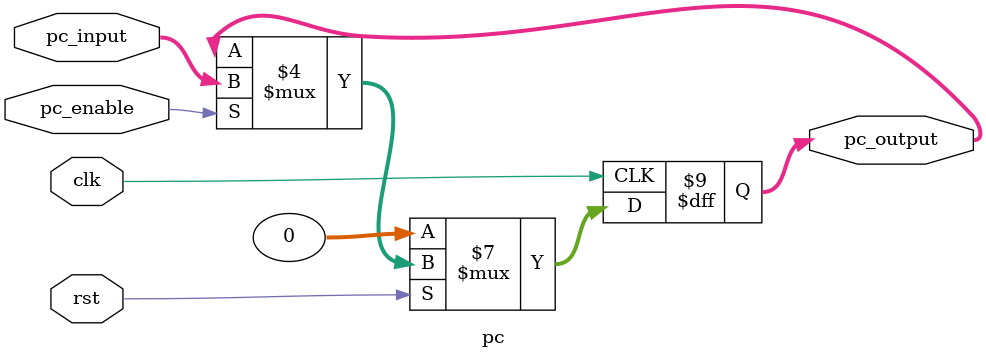
<source format=v>
`timescale 1ns / 1ps

module pc(
    input clk,
    input rst,
    input pc_enable,
    input [31:0] pc_input,
    output reg [31:0] pc_output 
    );

    initial begin
        pc_output <= 32'h0000_0000;
    end

    always @(posedge clk) begin
        if (!rst) begin
            pc_output <= 32'h0000_0000;
        end
        else begin
            if (pc_enable) begin
                pc_output <= pc_input;
            end
        end
    end
endmodule

</source>
